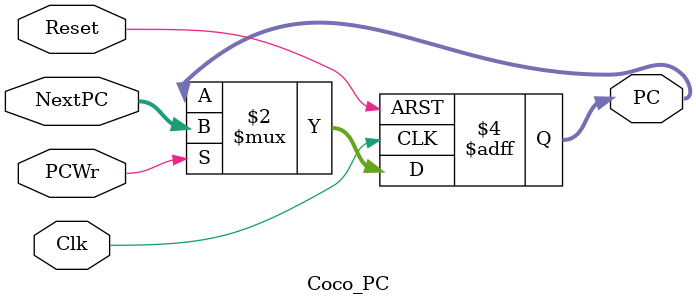
<source format=v>
module Coco_PC(Clk,Reset,NextPC,PCWr,PC);
input Clk,Reset,PCWr;
input[31:0] NextPC;
output[31:0] PC;
reg[31:0] PC;
always @(posedge Clk or posedge Reset)
   begin
   if (Reset) PC<=32'hBFC00000; 
   else
    if (PCWr) PC<=NextPC;  
   end
   
 endmodule
</source>
